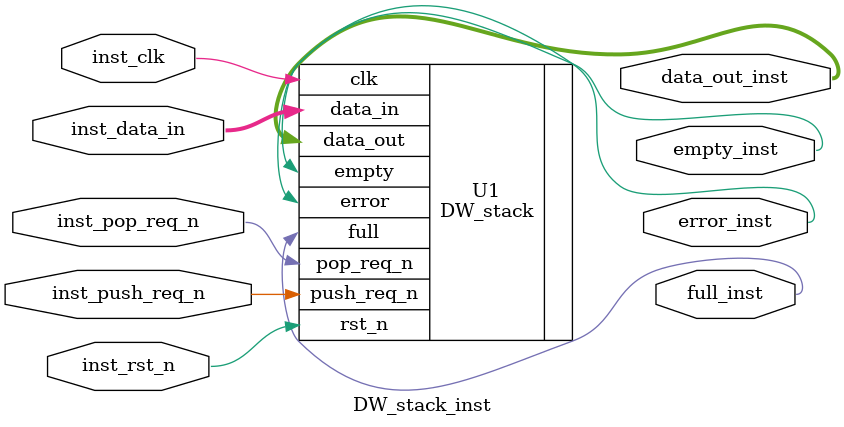
<source format=v>
module DW_stack_inst(inst_clk, inst_rst_n, inst_push_req_n, inst_pop_req_n,
                     inst_data_in, empty_inst, full_inst, error_inst,
                     data_out_inst );
  parameter width = 8;
  parameter depth = 8;
  parameter err_mode = 0;
  parameter rst_mode = 0;

  input inst_clk;
  input inst_rst_n;
  input inst_push_req_n;
  input inst_pop_req_n;
  input [width-1 : 0] inst_data_in;
  output empty_inst;
  output full_inst;
  output error_inst;
  output [width-1 : 0] data_out_inst;

  // Instance of DW_stack
  DW_stack #(width, depth, err_mode, rst_mode)
    U1 (.clk(inst_clk),   .rst_n(inst_rst_n),   .push_req_n(inst_push_req_n),
        .pop_req_n(inst_pop_req_n),   .data_in(inst_data_in),
        .empty(empty_inst),   .full(full_inst),   .error(error_inst),
        .data_out(data_out_inst) );

endmodule


</source>
